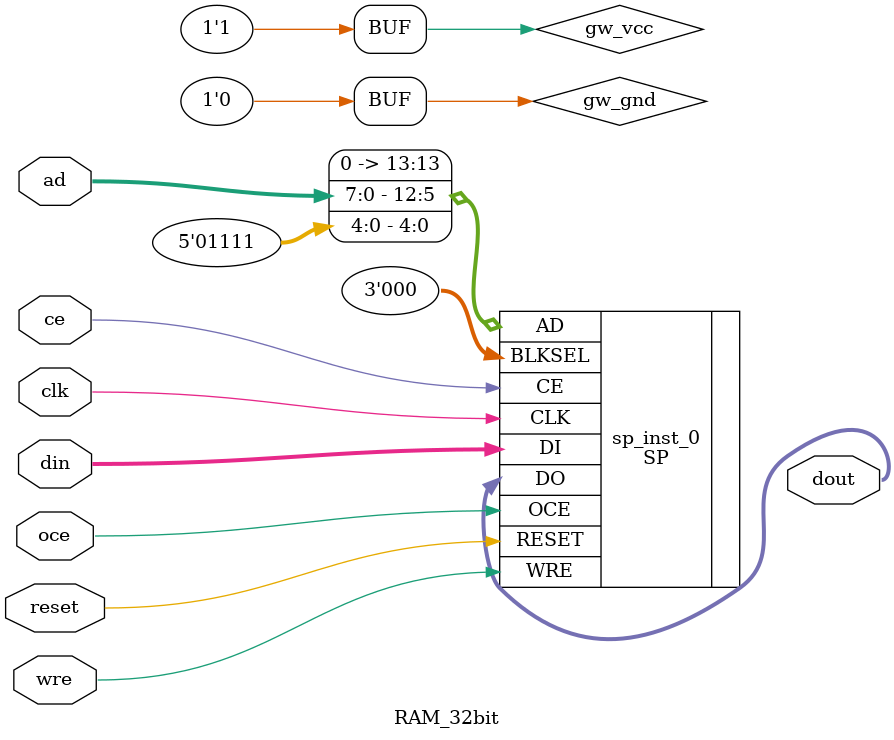
<source format=v>

module RAM_32bit (dout, clk, oce, ce, reset, wre, ad, din);

output [31:0] dout;
input clk;
input oce;
input ce;
input reset;
input wre;
input [7:0] ad;
input [31:0] din;

wire gw_vcc;
wire gw_gnd;

assign gw_vcc = 1'b1;
assign gw_gnd = 1'b0;

SP sp_inst_0 (
   .DO(dout[31:0]),
   .CLK(clk),
   .OCE(oce),
   .CE(ce),
   .RESET(reset),
   .WRE(wre),
   .BLKSEL({gw_gnd,gw_gnd,gw_gnd}),
   .AD({gw_gnd,ad[7:0],gw_gnd,gw_vcc,gw_vcc,gw_vcc,gw_vcc}),
   .DI(din[31:0])
);

defparam sp_inst_0.READ_MODE = 1'b0;
defparam sp_inst_0.WRITE_MODE = 2'b00;
defparam sp_inst_0.BIT_WIDTH = 32;
defparam sp_inst_0.BLK_SEL = 3'b000;
defparam sp_inst_0.RESET_MODE = "SYNC";

endmodule //RAM_32bit

</source>
